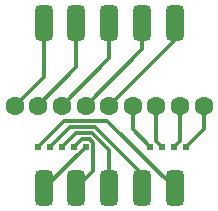
<source format=gtl>
G04 #@! TF.GenerationSoftware,KiCad,Pcbnew,7.0.1*
G04 #@! TF.CreationDate,2023-03-20T20:32:41+09:00*
G04 #@! TF.ProjectId,bridgeDSUB9P,62726964-6765-4445-9355-4239502e6b69,V1.0*
G04 #@! TF.SameCoordinates,Original*
G04 #@! TF.FileFunction,Copper,L1,Top*
G04 #@! TF.FilePolarity,Positive*
%FSLAX46Y46*%
G04 Gerber Fmt 4.6, Leading zero omitted, Abs format (unit mm)*
G04 Created by KiCad (PCBNEW 7.0.1) date 2023-03-20 20:32:41*
%MOMM*%
%LPD*%
G01*
G04 APERTURE LIST*
G04 Aperture macros list*
%AMRoundRect*
0 Rectangle with rounded corners*
0 $1 Rounding radius*
0 $2 $3 $4 $5 $6 $7 $8 $9 X,Y pos of 4 corners*
0 Add a 4 corners polygon primitive as box body*
4,1,4,$2,$3,$4,$5,$6,$7,$8,$9,$2,$3,0*
0 Add four circle primitives for the rounded corners*
1,1,$1+$1,$2,$3*
1,1,$1+$1,$4,$5*
1,1,$1+$1,$6,$7*
1,1,$1+$1,$8,$9*
0 Add four rect primitives between the rounded corners*
20,1,$1+$1,$2,$3,$4,$5,0*
20,1,$1+$1,$4,$5,$6,$7,0*
20,1,$1+$1,$6,$7,$8,$9,0*
20,1,$1+$1,$8,$9,$2,$3,0*%
G04 Aperture macros list end*
G04 #@! TA.AperFunction,ComponentPad*
%ADD10C,1.600000*%
G04 #@! TD*
G04 #@! TA.AperFunction,SMDPad,CuDef*
%ADD11RoundRect,0.375000X0.375000X-1.125000X0.375000X1.125000X-0.375000X1.125000X-0.375000X-1.125000X0*%
G04 #@! TD*
G04 #@! TA.AperFunction,SMDPad,CuDef*
%ADD12RoundRect,0.375000X-0.375000X1.125000X-0.375000X-1.125000X0.375000X-1.125000X0.375000X1.125000X0*%
G04 #@! TD*
G04 #@! TA.AperFunction,ViaPad*
%ADD13C,0.609600*%
G04 #@! TD*
G04 #@! TA.AperFunction,Conductor*
%ADD14C,0.304800*%
G04 #@! TD*
G04 APERTURE END LIST*
D10*
X8000000Y0D03*
X-4000000Y0D03*
X4000000Y0D03*
X0Y0D03*
X-8000000Y0D03*
D11*
X5540000Y-7000000D03*
X2770000Y-7000000D03*
X0Y-7000000D03*
X-2770000Y-7000000D03*
X-5540000Y-7000000D03*
D10*
X-2000000Y0D03*
X6000000Y0D03*
X2000000Y0D03*
D12*
X-5540000Y7000000D03*
X-2770000Y7000000D03*
X0Y7000000D03*
X2770000Y7000000D03*
X5540000Y7000000D03*
D10*
X-6000000Y0D03*
D13*
X-6000000Y-3500000D03*
X-5000000Y-3500000D03*
X-4000000Y-3500000D03*
X-3000000Y-3500000D03*
X-2000000Y-3500000D03*
X3500000Y-3500000D03*
X4500000Y-3500000D03*
X5500000Y-3500000D03*
X6500000Y-3500000D03*
D14*
X5540000Y-7000000D02*
X-144398Y-1315602D01*
X-144398Y-1315602D02*
X-3815602Y-1315602D01*
X-8000000Y0D02*
X-5540000Y2460000D01*
X-3815602Y-1315602D02*
X-6000000Y-3500000D01*
X-5540000Y2460000D02*
X-5540000Y7000000D01*
X2770000Y-5833160D02*
X-1239559Y-1823601D01*
X-2770000Y7000000D02*
X-2770000Y3230000D01*
X-2770000Y3230000D02*
X-6000000Y0D01*
X2770000Y-7000000D02*
X2770000Y-5833160D01*
X-1239559Y-1823601D02*
X-3323601Y-1823601D01*
X-3323601Y-1823601D02*
X-5000000Y-3500000D01*
X-2831601Y-2331601D02*
X-4000000Y-3500000D01*
X0Y-7000000D02*
X0Y-3781580D01*
X-1449979Y-2331601D02*
X-2831601Y-2331601D01*
X0Y-3781580D02*
X-1449979Y-2331601D01*
X0Y7000000D02*
X0Y4000000D01*
X0Y4000000D02*
X-4000000Y0D01*
X-2770000Y-7000000D02*
X-1339600Y-5569600D01*
X-1339600Y-3160400D02*
X-1660400Y-2839600D01*
X-1660400Y-2839600D02*
X-2339600Y-2839600D01*
X2770000Y7000000D02*
X2770000Y4770000D01*
X2770000Y4770000D02*
X-2000000Y0D01*
X-2339600Y-2839600D02*
X-3000000Y-3500000D01*
X-1339600Y-5569600D02*
X-1339600Y-3160400D01*
X5540000Y5540000D02*
X0Y0D01*
X-5500000Y-7000000D02*
X-2000000Y-3500000D01*
X5540000Y7000000D02*
X5540000Y5540000D01*
X-5540000Y-7000000D02*
X-5500000Y-7000000D01*
X2000000Y-2000000D02*
X3500000Y-3500000D01*
X2000000Y0D02*
X2000000Y-2000000D01*
X4000000Y-3000000D02*
X4500000Y-3500000D01*
X4000000Y0D02*
X4000000Y-3000000D01*
X6000000Y0D02*
X6000000Y-3000000D01*
X6000000Y-3000000D02*
X5500000Y-3500000D01*
X8000000Y0D02*
X8000000Y-2000000D01*
X8000000Y-2000000D02*
X6500000Y-3500000D01*
M02*

</source>
